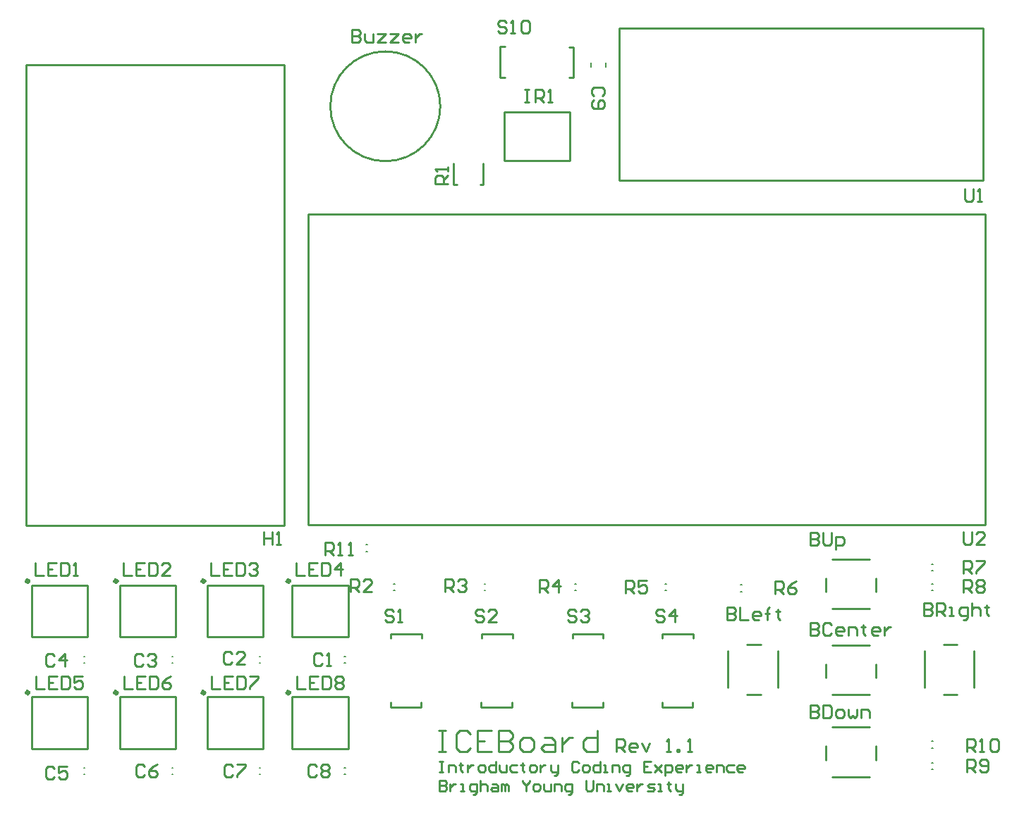
<source format=gto>
G04*
G04 #@! TF.GenerationSoftware,Altium Limited,Altium Designer,19.1.9 (167)*
G04*
G04 Layer_Color=65535*
%FSLAX24Y24*%
%MOIN*%
G70*
G01*
G75*
%ADD10C,0.0200*%
%ADD11C,0.0100*%
%ADD12C,0.0079*%
D10*
X13494Y10485D02*
G03*
X13494Y10485I-50J0D01*
G01*
X9479D02*
G03*
X9479Y10485I-50J0D01*
G01*
X5345D02*
G03*
X5345Y10485I-50J0D01*
G01*
X1172D02*
G03*
X1172Y10485I-50J0D01*
G01*
Y5209D02*
G03*
X1172Y5209I-50J0D01*
G01*
X9479D02*
G03*
X9479Y5209I-50J0D01*
G01*
X13494D02*
G03*
X13494Y5209I-50J0D01*
G01*
X5345D02*
G03*
X5345Y5209I-50J0D01*
G01*
D11*
X20630Y32953D02*
G03*
X20630Y32953I-2598J0D01*
G01*
X23463Y35780D02*
X23700D01*
X23463Y34330D02*
Y35780D01*
Y34330D02*
X23700D01*
X26913Y34309D02*
Y35759D01*
X26713D02*
X26913D01*
X26713Y34309D02*
X26913D01*
X31110Y4526D02*
Y4763D01*
Y4526D02*
X32560D01*
Y4763D01*
X31130Y7976D02*
X32580D01*
X31130Y7776D02*
Y7976D01*
X32580Y7776D02*
Y7976D01*
X26858Y4526D02*
Y4763D01*
Y4526D02*
X28308D01*
Y4763D01*
X26878Y7976D02*
X28328D01*
X26878Y7776D02*
Y7976D01*
X28328Y7776D02*
Y7976D01*
X22567Y4526D02*
Y4763D01*
Y4526D02*
X24017D01*
Y4763D01*
X22587Y7976D02*
X24037D01*
X22587Y7776D02*
Y7976D01*
X24037Y7776D02*
Y7976D01*
X18276Y4526D02*
Y4763D01*
Y4526D02*
X19726D01*
Y4763D01*
X18296Y7976D02*
X19746D01*
X18296Y7776D02*
Y7976D01*
X19746Y7776D02*
Y7976D01*
X1046Y13108D02*
X13246D01*
Y34908D01*
X1046D02*
X13246D01*
X1046Y13108D02*
Y34908D01*
X13627Y7835D02*
Y10285D01*
X16277D01*
Y7835D02*
Y10285D01*
X13627Y7835D02*
X16277D01*
X9611D02*
X12261D01*
Y10285D01*
X9611D02*
X12261D01*
X9611Y7835D02*
Y10285D01*
X5477Y7835D02*
Y10285D01*
X8127D01*
Y7835D02*
Y10285D01*
X5477Y7835D02*
X8127D01*
X1304D02*
X3954D01*
Y10285D01*
X1304D02*
X3954D01*
X1304Y7835D02*
Y10285D01*
Y2559D02*
Y5009D01*
X3954D01*
Y2559D02*
Y5009D01*
X1304Y2559D02*
X3954D01*
X9611D02*
X12261D01*
Y5009D01*
X9611D02*
X12261D01*
X9611Y2559D02*
Y5009D01*
X13627Y2559D02*
Y5009D01*
X16277D01*
Y2559D02*
Y5009D01*
X13627Y2559D02*
X16277D01*
X5477D02*
X8127D01*
Y5009D01*
X5477D02*
X8127D01*
X5477Y2559D02*
Y5009D01*
X29101Y29439D02*
Y36639D01*
Y29439D02*
X46301D01*
Y36639D01*
X29101D02*
X46301D01*
X22520Y29250D02*
X22668D01*
Y30236D01*
X21268Y29264D02*
Y30250D01*
X21270Y29250D02*
X21418D01*
X34228Y5444D02*
Y7194D01*
X35128Y5128D02*
X35778D01*
X36578Y5444D02*
Y7194D01*
X35128Y7494D02*
X35778D01*
X41215Y9970D02*
Y10620D01*
X39165Y9170D02*
X40915D01*
X38848Y9970D02*
Y10620D01*
X39165Y11520D02*
X40915D01*
X39165Y7465D02*
X40915D01*
X38848Y5915D02*
Y6565D01*
X39165Y5115D02*
X40915D01*
X41215Y5915D02*
Y6565D01*
Y2018D02*
Y2668D01*
X39165Y1218D02*
X40915D01*
X38848Y2018D02*
Y2668D01*
X39165Y3568D02*
X40915D01*
X43519Y5444D02*
Y7194D01*
X44419Y5128D02*
X45069D01*
X45869Y5444D02*
Y7194D01*
X44419Y7494D02*
X45069D01*
X14393Y27843D02*
X46393D01*
X46393Y13143D01*
X14393D02*
X46393D01*
X14393D02*
Y27843D01*
X23659Y30379D02*
X26759D01*
Y32679D01*
X23659D02*
X26759D01*
X23659Y30379D02*
Y32679D01*
X28937Y2402D02*
Y3001D01*
X29237D01*
X29337Y2901D01*
Y2701D01*
X29237Y2602D01*
X28937D01*
X29137D02*
X29337Y2402D01*
X29837D02*
X29637D01*
X29537Y2502D01*
Y2701D01*
X29637Y2801D01*
X29837D01*
X29937Y2701D01*
Y2602D01*
X29537D01*
X30137Y2801D02*
X30337Y2402D01*
X30536Y2801D01*
X31336Y2402D02*
X31536D01*
X31436D01*
Y3001D01*
X31336Y2901D01*
X31836Y2402D02*
Y2502D01*
X31936D01*
Y2402D01*
X31836D01*
X32336D02*
X32536D01*
X32436D01*
Y3001D01*
X32336Y2901D01*
X20591Y1957D02*
X20757D01*
X20674D01*
Y1457D01*
X20591D01*
X20757D01*
X21007D02*
Y1790D01*
X21257D01*
X21340Y1707D01*
Y1457D01*
X21590Y1873D02*
Y1790D01*
X21507D01*
X21674D01*
X21590D01*
Y1540D01*
X21674Y1457D01*
X21923Y1790D02*
Y1457D01*
Y1623D01*
X22007Y1707D01*
X22090Y1790D01*
X22173D01*
X22507Y1457D02*
X22673D01*
X22757Y1540D01*
Y1707D01*
X22673Y1790D01*
X22507D01*
X22423Y1707D01*
Y1540D01*
X22507Y1457D01*
X23256Y1957D02*
Y1457D01*
X23006D01*
X22923Y1540D01*
Y1707D01*
X23006Y1790D01*
X23256D01*
X23423D02*
Y1540D01*
X23506Y1457D01*
X23756D01*
Y1790D01*
X24256D02*
X24006D01*
X23923Y1707D01*
Y1540D01*
X24006Y1457D01*
X24256D01*
X24506Y1873D02*
Y1790D01*
X24423D01*
X24589D01*
X24506D01*
Y1540D01*
X24589Y1457D01*
X24922D02*
X25089D01*
X25172Y1540D01*
Y1707D01*
X25089Y1790D01*
X24922D01*
X24839Y1707D01*
Y1540D01*
X24922Y1457D01*
X25339Y1790D02*
Y1457D01*
Y1623D01*
X25422Y1707D01*
X25506Y1790D01*
X25589D01*
X25839D02*
Y1540D01*
X25922Y1457D01*
X26172D01*
Y1373D01*
X26089Y1290D01*
X26005D01*
X26172Y1457D02*
Y1790D01*
X27172Y1873D02*
X27088Y1957D01*
X26922D01*
X26839Y1873D01*
Y1540D01*
X26922Y1457D01*
X27088D01*
X27172Y1540D01*
X27422Y1457D02*
X27588D01*
X27672Y1540D01*
Y1707D01*
X27588Y1790D01*
X27422D01*
X27338Y1707D01*
Y1540D01*
X27422Y1457D01*
X28171Y1957D02*
Y1457D01*
X27922D01*
X27838Y1540D01*
Y1707D01*
X27922Y1790D01*
X28171D01*
X28338Y1457D02*
X28505D01*
X28421D01*
Y1790D01*
X28338D01*
X28755Y1457D02*
Y1790D01*
X29004D01*
X29088Y1707D01*
Y1457D01*
X29421Y1290D02*
X29504D01*
X29588Y1373D01*
Y1790D01*
X29338D01*
X29254Y1707D01*
Y1540D01*
X29338Y1457D01*
X29588D01*
X30587Y1957D02*
X30254D01*
Y1457D01*
X30587D01*
X30254Y1707D02*
X30421D01*
X30754Y1790D02*
X31087Y1457D01*
X30921Y1623D01*
X31087Y1790D01*
X30754Y1457D01*
X31254Y1290D02*
Y1790D01*
X31504D01*
X31587Y1707D01*
Y1540D01*
X31504Y1457D01*
X31254D01*
X32004D02*
X31837D01*
X31754Y1540D01*
Y1707D01*
X31837Y1790D01*
X32004D01*
X32087Y1707D01*
Y1623D01*
X31754D01*
X32253Y1790D02*
Y1457D01*
Y1623D01*
X32337Y1707D01*
X32420Y1790D01*
X32503D01*
X32753Y1457D02*
X32920D01*
X32837D01*
Y1790D01*
X32753D01*
X33420Y1457D02*
X33253D01*
X33170Y1540D01*
Y1707D01*
X33253Y1790D01*
X33420D01*
X33503Y1707D01*
Y1623D01*
X33170D01*
X33670Y1457D02*
Y1790D01*
X33920D01*
X34003Y1707D01*
Y1457D01*
X34503Y1790D02*
X34253D01*
X34169Y1707D01*
Y1540D01*
X34253Y1457D01*
X34503D01*
X34919D02*
X34753D01*
X34669Y1540D01*
Y1707D01*
X34753Y1790D01*
X34919D01*
X35003Y1707D01*
Y1623D01*
X34669D01*
X20591Y1051D02*
Y551D01*
X20840D01*
X20924Y634D01*
Y718D01*
X20840Y801D01*
X20591D01*
X20840D01*
X20924Y884D01*
Y968D01*
X20840Y1051D01*
X20591D01*
X21090Y884D02*
Y551D01*
Y718D01*
X21174Y801D01*
X21257Y884D01*
X21340D01*
X21590Y551D02*
X21757D01*
X21674D01*
Y884D01*
X21590D01*
X22173Y385D02*
X22257D01*
X22340Y468D01*
Y884D01*
X22090D01*
X22007Y801D01*
Y634D01*
X22090Y551D01*
X22340D01*
X22507Y1051D02*
Y551D01*
Y801D01*
X22590Y884D01*
X22757D01*
X22840Y801D01*
Y551D01*
X23090Y884D02*
X23256D01*
X23340Y801D01*
Y551D01*
X23090D01*
X23006Y634D01*
X23090Y718D01*
X23340D01*
X23506Y551D02*
Y884D01*
X23590D01*
X23673Y801D01*
Y551D01*
Y801D01*
X23756Y884D01*
X23839Y801D01*
Y551D01*
X24506Y1051D02*
Y968D01*
X24673Y801D01*
X24839Y968D01*
Y1051D01*
X24673Y801D02*
Y551D01*
X25089D02*
X25256D01*
X25339Y634D01*
Y801D01*
X25256Y884D01*
X25089D01*
X25006Y801D01*
Y634D01*
X25089Y551D01*
X25506Y884D02*
Y634D01*
X25589Y551D01*
X25839D01*
Y884D01*
X26005Y551D02*
Y884D01*
X26255D01*
X26339Y801D01*
Y551D01*
X26672Y385D02*
X26755D01*
X26839Y468D01*
Y884D01*
X26589D01*
X26505Y801D01*
Y634D01*
X26589Y551D01*
X26839D01*
X27505Y1051D02*
Y634D01*
X27588Y551D01*
X27755D01*
X27838Y634D01*
Y1051D01*
X28005Y551D02*
Y884D01*
X28255D01*
X28338Y801D01*
Y551D01*
X28505D02*
X28671D01*
X28588D01*
Y884D01*
X28505D01*
X28921D02*
X29088Y551D01*
X29254Y884D01*
X29671Y551D02*
X29504D01*
X29421Y634D01*
Y801D01*
X29504Y884D01*
X29671D01*
X29754Y801D01*
Y718D01*
X29421D01*
X29921Y884D02*
Y551D01*
Y718D01*
X30004Y801D01*
X30087Y884D01*
X30171D01*
X30421Y551D02*
X30671D01*
X30754Y634D01*
X30671Y718D01*
X30504D01*
X30421Y801D01*
X30504Y884D01*
X30754D01*
X30921Y551D02*
X31087D01*
X31004D01*
Y884D01*
X30921D01*
X31420Y968D02*
Y884D01*
X31337D01*
X31504D01*
X31420D01*
Y634D01*
X31504Y551D01*
X31754Y884D02*
Y634D01*
X31837Y551D01*
X32087D01*
Y468D01*
X32004Y385D01*
X31920D01*
X32087Y551D02*
Y884D01*
X20551Y3401D02*
X20884D01*
X20718D01*
Y2402D01*
X20551D01*
X20884D01*
X22051Y3235D02*
X21884Y3401D01*
X21551D01*
X21384Y3235D01*
Y2568D01*
X21551Y2402D01*
X21884D01*
X22051Y2568D01*
X23050Y3401D02*
X22384D01*
Y2402D01*
X23050D01*
X22384Y2901D02*
X22717D01*
X23384Y3401D02*
Y2402D01*
X23883D01*
X24050Y2568D01*
Y2735D01*
X23883Y2901D01*
X23384D01*
X23883D01*
X24050Y3068D01*
Y3235D01*
X23883Y3401D01*
X23384D01*
X24550Y2402D02*
X24883D01*
X25050Y2568D01*
Y2901D01*
X24883Y3068D01*
X24550D01*
X24383Y2901D01*
Y2568D01*
X24550Y2402D01*
X25550Y3068D02*
X25883D01*
X26049Y2901D01*
Y2402D01*
X25550D01*
X25383Y2568D01*
X25550Y2735D01*
X26049D01*
X26383Y3068D02*
Y2402D01*
Y2735D01*
X26549Y2901D01*
X26716Y3068D01*
X26882D01*
X28049Y3401D02*
Y2402D01*
X27549D01*
X27382Y2568D01*
Y2901D01*
X27549Y3068D01*
X28049D01*
X15197Y11732D02*
Y12332D01*
X15497D01*
X15597Y12232D01*
Y12032D01*
X15497Y11932D01*
X15197D01*
X15397D02*
X15597Y11732D01*
X15797D02*
X15997D01*
X15897D01*
Y12332D01*
X15797Y12232D01*
X16296Y11732D02*
X16496D01*
X16396D01*
Y12332D01*
X16296Y12232D01*
X23759Y36908D02*
X23659Y37008D01*
X23459D01*
X23359Y36908D01*
Y36808D01*
X23459Y36708D01*
X23659D01*
X23759Y36608D01*
Y36508D01*
X23659Y36408D01*
X23459D01*
X23359Y36508D01*
X23959Y36408D02*
X24159D01*
X24059D01*
Y37008D01*
X23959Y36908D01*
X24459D02*
X24559Y37008D01*
X24759D01*
X24859Y36908D01*
Y36508D01*
X24759Y36408D01*
X24559D01*
X24459Y36508D01*
Y36908D01*
X5694Y5982D02*
Y5383D01*
X6094D01*
X6694Y5982D02*
X6294D01*
Y5383D01*
X6694D01*
X6294Y5682D02*
X6494D01*
X6894Y5982D02*
Y5383D01*
X7194D01*
X7294Y5482D01*
Y5882D01*
X7194Y5982D01*
X6894D01*
X7894D02*
X7694Y5882D01*
X7494Y5682D01*
Y5482D01*
X7594Y5383D01*
X7794D01*
X7894Y5482D01*
Y5582D01*
X7794Y5682D01*
X7494D01*
X13844Y5982D02*
Y5383D01*
X14244D01*
X14844Y5982D02*
X14444D01*
Y5383D01*
X14844D01*
X14444Y5682D02*
X14644D01*
X15044Y5982D02*
Y5383D01*
X15344D01*
X15444Y5482D01*
Y5882D01*
X15344Y5982D01*
X15044D01*
X15644Y5882D02*
X15744Y5982D01*
X15944D01*
X16044Y5882D01*
Y5782D01*
X15944Y5682D01*
X16044Y5582D01*
Y5482D01*
X15944Y5383D01*
X15744D01*
X15644Y5482D01*
Y5582D01*
X15744Y5682D01*
X15644Y5782D01*
Y5882D01*
X15744Y5682D02*
X15944D01*
X9834Y5982D02*
Y5383D01*
X10234D01*
X10834Y5982D02*
X10434D01*
Y5383D01*
X10834D01*
X10434Y5682D02*
X10634D01*
X11034Y5982D02*
Y5383D01*
X11334D01*
X11434Y5482D01*
Y5882D01*
X11334Y5982D01*
X11034D01*
X11634D02*
X12034D01*
Y5882D01*
X11634Y5482D01*
Y5383D01*
X1524Y5982D02*
Y5383D01*
X1924D01*
X2524Y5982D02*
X2124D01*
Y5383D01*
X2524D01*
X2124Y5682D02*
X2324D01*
X2724Y5982D02*
Y5383D01*
X3024D01*
X3124Y5482D01*
Y5882D01*
X3024Y5982D01*
X2724D01*
X3724D02*
X3324D01*
Y5682D01*
X3524Y5782D01*
X3624D01*
X3724Y5682D01*
Y5482D01*
X3624Y5383D01*
X3424D01*
X3324Y5482D01*
X1485Y11341D02*
Y10741D01*
X1885D01*
X2485Y11341D02*
X2085D01*
Y10741D01*
X2485D01*
X2085Y11041D02*
X2285D01*
X2685Y11341D02*
Y10741D01*
X2985D01*
X3085Y10841D01*
Y11241D01*
X2985Y11341D01*
X2685D01*
X3284Y10741D02*
X3484D01*
X3384D01*
Y11341D01*
X3284Y11241D01*
X5655Y11341D02*
Y10741D01*
X6055D01*
X6655Y11341D02*
X6255D01*
Y10741D01*
X6655D01*
X6255Y11041D02*
X6455D01*
X6855Y11341D02*
Y10741D01*
X7155D01*
X7255Y10841D01*
Y11241D01*
X7155Y11341D01*
X6855D01*
X7854Y10741D02*
X7455D01*
X7854Y11141D01*
Y11241D01*
X7754Y11341D01*
X7555D01*
X7455Y11241D01*
X9795Y11341D02*
Y10741D01*
X10195D01*
X10795Y11341D02*
X10395D01*
Y10741D01*
X10795D01*
X10395Y11041D02*
X10595D01*
X10994Y11341D02*
Y10741D01*
X11294D01*
X11394Y10841D01*
Y11241D01*
X11294Y11341D01*
X10994D01*
X11594Y11241D02*
X11694Y11341D01*
X11894D01*
X11994Y11241D01*
Y11141D01*
X11894Y11041D01*
X11794D01*
X11894D01*
X11994Y10941D01*
Y10841D01*
X11894Y10741D01*
X11694D01*
X11594Y10841D01*
X13805Y11341D02*
Y10741D01*
X14205D01*
X14805Y11341D02*
X14405D01*
Y10741D01*
X14805D01*
X14405Y11041D02*
X14605D01*
X15005Y11341D02*
Y10741D01*
X15305D01*
X15405Y10841D01*
Y11241D01*
X15305Y11341D01*
X15005D01*
X15904Y10741D02*
Y11341D01*
X15605Y11041D01*
X16004D01*
X28295Y33439D02*
X28395Y33539D01*
Y33739D01*
X28295Y33839D01*
X27895D01*
X27795Y33739D01*
Y33539D01*
X27895Y33439D01*
Y33239D02*
X27795Y33139D01*
Y32939D01*
X27895Y32839D01*
X28295D01*
X28395Y32939D01*
Y33139D01*
X28295Y33239D01*
X28195D01*
X28095Y33139D01*
Y32839D01*
X45433Y29064D02*
Y28565D01*
X45533Y28465D01*
X45733D01*
X45833Y28565D01*
Y29064D01*
X46033Y28465D02*
X46233D01*
X46133D01*
Y29064D01*
X46033Y28964D01*
X29390Y9921D02*
Y10521D01*
X29690D01*
X29790Y10421D01*
Y10221D01*
X29690Y10121D01*
X29390D01*
X29590D02*
X29790Y9921D01*
X30389Y10521D02*
X29990D01*
Y10221D01*
X30190Y10321D01*
X30289D01*
X30389Y10221D01*
Y10021D01*
X30289Y9921D01*
X30090D01*
X29990Y10021D01*
X25335Y9961D02*
Y10560D01*
X25635D01*
X25735Y10460D01*
Y10261D01*
X25635Y10161D01*
X25335D01*
X25535D02*
X25735Y9961D01*
X26234D02*
Y10560D01*
X25934Y10261D01*
X26334D01*
X45362Y12805D02*
Y12305D01*
X45462Y12205D01*
X45662D01*
X45762Y12305D01*
Y12805D01*
X46362Y12205D02*
X45962D01*
X46362Y12605D01*
Y12705D01*
X46262Y12805D01*
X46062D01*
X45962Y12705D01*
X20846Y10000D02*
Y10600D01*
X21146D01*
X21246Y10500D01*
Y10300D01*
X21146Y10200D01*
X20846D01*
X21046D02*
X21246Y10000D01*
X21446Y10500D02*
X21546Y10600D01*
X21746D01*
X21846Y10500D01*
Y10400D01*
X21746Y10300D01*
X21646D01*
X21746D01*
X21846Y10200D01*
Y10100D01*
X21746Y10000D01*
X21546D01*
X21446Y10100D01*
X31227Y9043D02*
X31127Y9143D01*
X30927D01*
X30827Y9043D01*
Y8943D01*
X30927Y8843D01*
X31127D01*
X31227Y8743D01*
Y8643D01*
X31127Y8543D01*
X30927D01*
X30827Y8643D01*
X31726Y8543D02*
Y9143D01*
X31427Y8843D01*
X31826D01*
X27053Y9043D02*
X26953Y9143D01*
X26754D01*
X26654Y9043D01*
Y8943D01*
X26754Y8843D01*
X26953D01*
X27053Y8743D01*
Y8643D01*
X26953Y8543D01*
X26754D01*
X26654Y8643D01*
X27253Y9043D02*
X27353Y9143D01*
X27553D01*
X27653Y9043D01*
Y8943D01*
X27553Y8843D01*
X27453D01*
X27553D01*
X27653Y8743D01*
Y8643D01*
X27553Y8543D01*
X27353D01*
X27253Y8643D01*
X22683Y9043D02*
X22583Y9143D01*
X22383D01*
X22283Y9043D01*
Y8943D01*
X22383Y8843D01*
X22583D01*
X22683Y8743D01*
Y8643D01*
X22583Y8543D01*
X22383D01*
X22283Y8643D01*
X23283Y8543D02*
X22883D01*
X23283Y8943D01*
Y9043D01*
X23183Y9143D01*
X22983D01*
X22883Y9043D01*
X18431D02*
X18331Y9143D01*
X18131D01*
X18032Y9043D01*
Y8943D01*
X18131Y8843D01*
X18331D01*
X18431Y8743D01*
Y8643D01*
X18331Y8543D01*
X18131D01*
X18032Y8643D01*
X18631Y8543D02*
X18831D01*
X18731D01*
Y9143D01*
X18631Y9043D01*
X14770Y1720D02*
X14670Y1820D01*
X14470D01*
X14370Y1720D01*
Y1320D01*
X14470Y1220D01*
X14670D01*
X14770Y1320D01*
X14970Y1720D02*
X15070Y1820D01*
X15270D01*
X15370Y1720D01*
Y1620D01*
X15270Y1520D01*
X15370Y1420D01*
Y1320D01*
X15270Y1220D01*
X15070D01*
X14970Y1320D01*
Y1420D01*
X15070Y1520D01*
X14970Y1620D01*
Y1720D01*
X15070Y1520D02*
X15270D01*
X10813Y1720D02*
X10713Y1820D01*
X10513D01*
X10413Y1720D01*
Y1320D01*
X10513Y1220D01*
X10713D01*
X10813Y1320D01*
X11013Y1820D02*
X11413D01*
Y1720D01*
X11013Y1320D01*
Y1220D01*
X6658Y1720D02*
X6558Y1820D01*
X6358D01*
X6258Y1720D01*
Y1320D01*
X6358Y1220D01*
X6558D01*
X6658Y1320D01*
X7258Y1820D02*
X7058Y1720D01*
X6858Y1520D01*
Y1320D01*
X6958Y1220D01*
X7158D01*
X7258Y1320D01*
Y1420D01*
X7158Y1520D01*
X6858D01*
X2388Y1602D02*
X2288Y1702D01*
X2088D01*
X1988Y1602D01*
Y1202D01*
X2088Y1102D01*
X2288D01*
X2388Y1202D01*
X2988Y1702D02*
X2588D01*
Y1402D01*
X2788Y1502D01*
X2888D01*
X2988Y1402D01*
Y1202D01*
X2888Y1102D01*
X2688D01*
X2588Y1202D01*
X2388Y6957D02*
X2288Y7056D01*
X2088D01*
X1988Y6957D01*
Y6557D01*
X2088Y6457D01*
X2288D01*
X2388Y6557D01*
X2888Y6457D02*
Y7056D01*
X2588Y6757D01*
X2988D01*
X6581Y6957D02*
X6481Y7056D01*
X6281D01*
X6181Y6957D01*
Y6557D01*
X6281Y6457D01*
X6481D01*
X6581Y6557D01*
X6781Y6957D02*
X6881Y7056D01*
X7081D01*
X7181Y6957D01*
Y6857D01*
X7081Y6757D01*
X6981D01*
X7081D01*
X7181Y6657D01*
Y6557D01*
X7081Y6457D01*
X6881D01*
X6781Y6557D01*
X10794Y7035D02*
X10694Y7135D01*
X10494D01*
X10394Y7035D01*
Y6635D01*
X10494Y6535D01*
X10694D01*
X10794Y6635D01*
X11393Y6535D02*
X10994D01*
X11393Y6935D01*
Y7035D01*
X11293Y7135D01*
X11093D01*
X10994Y7035D01*
X15065Y6996D02*
X14965Y7096D01*
X14765D01*
X14665Y6996D01*
Y6596D01*
X14765Y6496D01*
X14965D01*
X15065Y6596D01*
X15265Y6496D02*
X15465D01*
X15365D01*
Y7096D01*
X15265Y6996D01*
X45512Y2402D02*
Y3001D01*
X45812D01*
X45912Y2901D01*
Y2701D01*
X45812Y2602D01*
X45512D01*
X45712D02*
X45912Y2402D01*
X46112D02*
X46312D01*
X46212D01*
Y3001D01*
X46112Y2901D01*
X46611D02*
X46711Y3001D01*
X46911D01*
X47011Y2901D01*
Y2502D01*
X46911Y2402D01*
X46711D01*
X46611Y2502D01*
Y2901D01*
X45512Y1457D02*
Y2057D01*
X45812D01*
X45912Y1957D01*
Y1757D01*
X45812Y1657D01*
X45512D01*
X45712D02*
X45912Y1457D01*
X46112Y1557D02*
X46212Y1457D01*
X46412D01*
X46511Y1557D01*
Y1957D01*
X46412Y2057D01*
X46212D01*
X46112Y1957D01*
Y1857D01*
X46212Y1757D01*
X46511D01*
X45354Y9961D02*
Y10560D01*
X45654D01*
X45754Y10460D01*
Y10261D01*
X45654Y10161D01*
X45354D01*
X45554D02*
X45754Y9961D01*
X45954Y10460D02*
X46054Y10560D01*
X46254D01*
X46354Y10460D01*
Y10360D01*
X46254Y10261D01*
X46354Y10161D01*
Y10061D01*
X46254Y9961D01*
X46054D01*
X45954Y10061D01*
Y10161D01*
X46054Y10261D01*
X45954Y10360D01*
Y10460D01*
X46054Y10261D02*
X46254D01*
X45354Y10866D02*
Y11466D01*
X45654D01*
X45754Y11366D01*
Y11166D01*
X45654Y11066D01*
X45354D01*
X45554D02*
X45754Y10866D01*
X45954Y11466D02*
X46354D01*
Y11366D01*
X45954Y10966D01*
Y10866D01*
X36457Y9882D02*
Y10482D01*
X36757D01*
X36857Y10382D01*
Y10182D01*
X36757Y10082D01*
X36457D01*
X36657D02*
X36857Y9882D01*
X37456Y10482D02*
X37256Y10382D01*
X37057Y10182D01*
Y9982D01*
X37156Y9882D01*
X37356D01*
X37456Y9982D01*
Y10082D01*
X37356Y10182D01*
X37057D01*
X16398Y10000D02*
Y10600D01*
X16698D01*
X16798Y10500D01*
Y10300D01*
X16698Y10200D01*
X16398D01*
X16598D02*
X16798Y10000D01*
X17397D02*
X16997D01*
X17397Y10400D01*
Y10500D01*
X17297Y10600D01*
X17097D01*
X16997Y10500D01*
X16457Y36584D02*
Y35984D01*
X16757D01*
X16857Y36084D01*
Y36184D01*
X16757Y36284D01*
X16457D01*
X16757D01*
X16857Y36384D01*
Y36484D01*
X16757Y36584D01*
X16457D01*
X17056Y36384D02*
Y36084D01*
X17156Y35984D01*
X17456D01*
Y36384D01*
X17656D02*
X18056D01*
X17656Y35984D01*
X18056D01*
X18256Y36384D02*
X18656D01*
X18256Y35984D01*
X18656D01*
X19156D02*
X18956D01*
X18856Y36084D01*
Y36284D01*
X18956Y36384D01*
X19156D01*
X19256Y36284D01*
Y36184D01*
X18856D01*
X19456Y36384D02*
Y35984D01*
Y36184D01*
X19556Y36284D01*
X19656Y36384D01*
X19756D01*
X43470Y9440D02*
Y8840D01*
X43770D01*
X43870Y8940D01*
Y9040D01*
X43770Y9140D01*
X43470D01*
X43770D01*
X43870Y9240D01*
Y9340D01*
X43770Y9440D01*
X43470D01*
X44070Y8840D02*
Y9440D01*
X44370D01*
X44470Y9340D01*
Y9140D01*
X44370Y9040D01*
X44070D01*
X44270D02*
X44470Y8840D01*
X44670D02*
X44870D01*
X44770D01*
Y9240D01*
X44670D01*
X45369Y8640D02*
X45469D01*
X45569Y8740D01*
Y9240D01*
X45269D01*
X45169Y9140D01*
Y8940D01*
X45269Y8840D01*
X45569D01*
X45769Y9440D02*
Y8840D01*
Y9140D01*
X45869Y9240D01*
X46069D01*
X46169Y9140D01*
Y8840D01*
X46469Y9340D02*
Y9240D01*
X46369D01*
X46569D01*
X46469D01*
Y8940D01*
X46569Y8840D01*
X38110Y4620D02*
Y4020D01*
X38410D01*
X38510Y4120D01*
Y4220D01*
X38410Y4320D01*
X38110D01*
X38410D01*
X38510Y4420D01*
Y4520D01*
X38410Y4620D01*
X38110D01*
X38710D02*
Y4020D01*
X39010D01*
X39110Y4120D01*
Y4520D01*
X39010Y4620D01*
X38710D01*
X39410Y4020D02*
X39610D01*
X39709Y4120D01*
Y4320D01*
X39610Y4420D01*
X39410D01*
X39310Y4320D01*
Y4120D01*
X39410Y4020D01*
X39909Y4420D02*
Y4120D01*
X40009Y4020D01*
X40109Y4120D01*
X40209Y4020D01*
X40309Y4120D01*
Y4420D01*
X40509Y4020D02*
Y4420D01*
X40809D01*
X40909Y4320D01*
Y4020D01*
X38110Y8520D02*
Y7920D01*
X38410D01*
X38510Y8020D01*
Y8120D01*
X38410Y8220D01*
X38110D01*
X38410D01*
X38510Y8320D01*
Y8420D01*
X38410Y8520D01*
X38110D01*
X39110Y8420D02*
X39010Y8520D01*
X38810D01*
X38710Y8420D01*
Y8020D01*
X38810Y7920D01*
X39010D01*
X39110Y8020D01*
X39610Y7920D02*
X39410D01*
X39310Y8020D01*
Y8220D01*
X39410Y8320D01*
X39610D01*
X39709Y8220D01*
Y8120D01*
X39310D01*
X39909Y7920D02*
Y8320D01*
X40209D01*
X40309Y8220D01*
Y7920D01*
X40609Y8420D02*
Y8320D01*
X40509D01*
X40709D01*
X40609D01*
Y8020D01*
X40709Y7920D01*
X41309D02*
X41109D01*
X41009Y8020D01*
Y8220D01*
X41109Y8320D01*
X41309D01*
X41409Y8220D01*
Y8120D01*
X41009D01*
X41609Y8320D02*
Y7920D01*
Y8120D01*
X41709Y8220D01*
X41809Y8320D01*
X41909D01*
X38110Y12770D02*
Y12170D01*
X38410D01*
X38510Y12270D01*
Y12370D01*
X38410Y12470D01*
X38110D01*
X38410D01*
X38510Y12570D01*
Y12670D01*
X38410Y12770D01*
X38110D01*
X38710D02*
Y12270D01*
X38810Y12170D01*
X39010D01*
X39110Y12270D01*
Y12770D01*
X39310Y11970D02*
Y12570D01*
X39610D01*
X39709Y12470D01*
Y12270D01*
X39610Y12170D01*
X39310D01*
X34180Y9240D02*
Y8640D01*
X34480D01*
X34580Y8740D01*
Y8840D01*
X34480Y8940D01*
X34180D01*
X34480D01*
X34580Y9040D01*
Y9140D01*
X34480Y9240D01*
X34180D01*
X34780D02*
Y8640D01*
X35180D01*
X35680D02*
X35480D01*
X35380Y8740D01*
Y8940D01*
X35480Y9040D01*
X35680D01*
X35779Y8940D01*
Y8840D01*
X35380D01*
X36079Y8640D02*
Y9140D01*
Y8940D01*
X35979D01*
X36179D01*
X36079D01*
Y9140D01*
X36179Y9240D01*
X36579Y9140D02*
Y9040D01*
X36479D01*
X36679D01*
X36579D01*
Y8740D01*
X36679Y8640D01*
X20984Y29291D02*
X20384D01*
Y29591D01*
X20484Y29691D01*
X20684D01*
X20784Y29591D01*
Y29291D01*
Y29491D02*
X20984Y29691D01*
Y29891D02*
Y30091D01*
Y29991D01*
X20384D01*
X20484Y29891D01*
X12283Y12805D02*
Y12205D01*
Y12505D01*
X12683D01*
Y12805D01*
Y12205D01*
X12883D02*
X13083D01*
X12983D01*
Y12805D01*
X12883Y12705D01*
X24618Y33749D02*
X24818D01*
X24718D01*
Y33150D01*
X24618D01*
X24818D01*
X25118D02*
Y33749D01*
X25418D01*
X25518Y33649D01*
Y33450D01*
X25418Y33350D01*
X25118D01*
X25318D02*
X25518Y33150D01*
X25718D02*
X25918D01*
X25818D01*
Y33749D01*
X25718Y33649D01*
D12*
X17136Y12205D02*
X17195D01*
X17136Y11890D02*
X17195D01*
X28460Y34802D02*
Y35002D01*
X27760Y34802D02*
Y35002D01*
X16093Y6929D02*
X16152D01*
X16093Y6614D02*
X16152D01*
X12077D02*
X12136D01*
X12077Y6929D02*
X12136D01*
X7943D02*
X8002D01*
X7943Y6614D02*
X8002D01*
X3770D02*
X3829D01*
X3770Y6929D02*
X3829D01*
X3770Y1654D02*
X3829D01*
X3770Y1339D02*
X3829D01*
X7943D02*
X8002D01*
X7943Y1654D02*
X8002D01*
X12077D02*
X12136D01*
X12077Y1339D02*
X12136D01*
X16093D02*
X16152D01*
X16093Y1654D02*
X16152D01*
X31250Y10039D02*
X31309D01*
X31250Y10354D02*
X31309D01*
X26998Y10039D02*
X27057D01*
X26998Y10354D02*
X27057D01*
X22707D02*
X22766D01*
X22707Y10039D02*
X22766D01*
X43858Y2913D02*
X43917D01*
X43858Y2598D02*
X43917D01*
X43858Y1890D02*
X43917D01*
X43858Y1575D02*
X43917D01*
X43858Y10354D02*
X43917D01*
X43858Y10039D02*
X43917D01*
X43858Y11299D02*
X43917D01*
X43858Y10984D02*
X43917D01*
X34813Y10315D02*
X34872D01*
X34813Y10000D02*
X34872D01*
X18415Y10039D02*
X18474D01*
X18415Y10354D02*
X18474D01*
M02*

</source>
